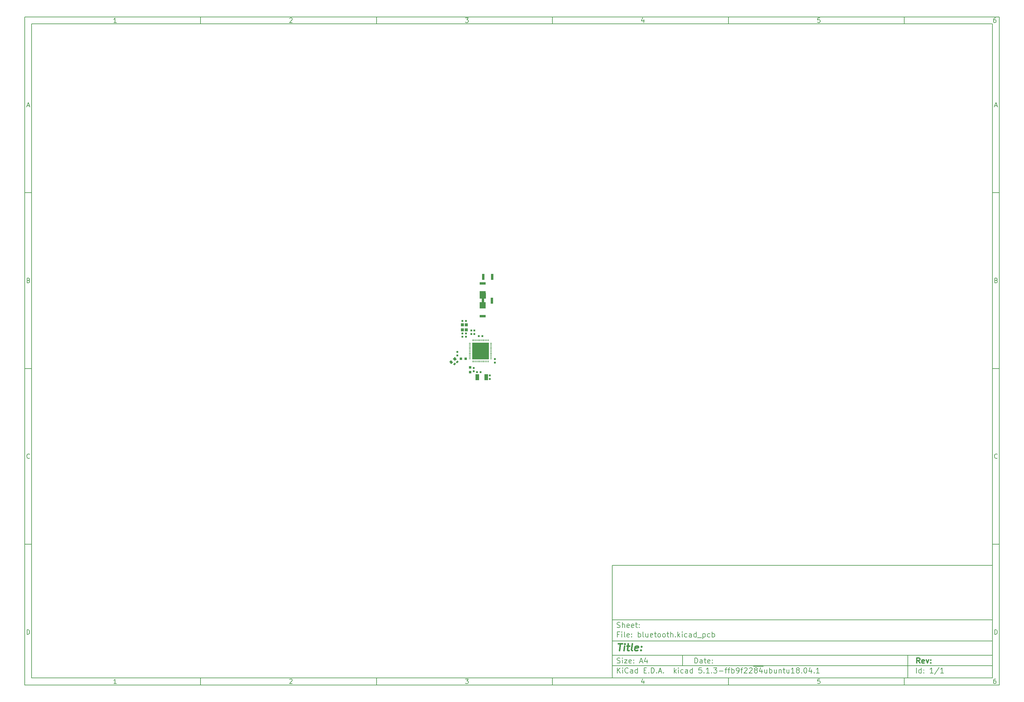
<source format=gbr>
%TF.GenerationSoftware,KiCad,Pcbnew,5.1.3-ffb9f22~84~ubuntu18.04.1*%
%TF.CreationDate,2019-07-25T20:13:38+03:00*%
%TF.ProjectId,bluetooth,626c7565-746f-46f7-9468-2e6b69636164,rev?*%
%TF.SameCoordinates,Original*%
%TF.FileFunction,Paste,Top*%
%TF.FilePolarity,Positive*%
%FSLAX45Y45*%
G04 Gerber Fmt 4.5, Leading zero omitted, Abs format (unit mm)*
G04 Created by KiCad (PCBNEW 5.1.3-ffb9f22~84~ubuntu18.04.1) date 2019-07-25 20:13:38*
%MOMM*%
%LPD*%
G04 APERTURE LIST*
%ADD10C,0.100000*%
%ADD11C,0.150000*%
%ADD12C,0.300000*%
%ADD13C,0.400000*%
%ADD14R,1.750000X0.800000*%
%ADD15R,0.800000X1.750000*%
%ADD16O,0.200000X0.650000*%
%ADD17O,0.650000X0.200000*%
%ADD18R,4.700000X4.700000*%
%ADD19R,0.500000X0.600000*%
%ADD20C,0.750000*%
%ADD21C,0.500000*%
%ADD22R,0.750000X0.800000*%
%ADD23R,0.600000X0.500000*%
%ADD24R,0.850000X0.950000*%
%ADD25R,0.800000X0.750000*%
%ADD26R,1.000000X1.800000*%
G04 APERTURE END LIST*
D10*
D11*
X17700220Y-16600720D02*
X17700220Y-19800720D01*
X28500220Y-19800720D01*
X28500220Y-16600720D01*
X17700220Y-16600720D01*
D10*
D11*
X1000000Y-1000000D02*
X1000000Y-20000720D01*
X28700220Y-20000720D01*
X28700220Y-1000000D01*
X1000000Y-1000000D01*
D10*
D11*
X1200000Y-1200000D02*
X1200000Y-19800720D01*
X28500220Y-19800720D01*
X28500220Y-1200000D01*
X1200000Y-1200000D01*
D10*
D11*
X6000000Y-1200000D02*
X6000000Y-1000000D01*
D10*
D11*
X11000000Y-1200000D02*
X11000000Y-1000000D01*
D10*
D11*
X16000000Y-1200000D02*
X16000000Y-1000000D01*
D10*
D11*
X21000000Y-1200000D02*
X21000000Y-1000000D01*
D10*
D11*
X26000000Y-1200000D02*
X26000000Y-1000000D01*
D10*
D11*
X3606548Y-1158810D02*
X3532262Y-1158810D01*
X3569405Y-1158810D02*
X3569405Y-1028809D01*
X3557024Y-1047381D01*
X3544643Y-1059762D01*
X3532262Y-1065952D01*
D10*
D11*
X8532262Y-1041190D02*
X8538452Y-1035000D01*
X8550833Y-1028809D01*
X8581786Y-1028809D01*
X8594167Y-1035000D01*
X8600357Y-1041190D01*
X8606548Y-1053571D01*
X8606548Y-1065952D01*
X8600357Y-1084524D01*
X8526071Y-1158810D01*
X8606548Y-1158810D01*
D10*
D11*
X13526071Y-1028809D02*
X13606548Y-1028809D01*
X13563214Y-1078333D01*
X13581786Y-1078333D01*
X13594167Y-1084524D01*
X13600357Y-1090714D01*
X13606548Y-1103095D01*
X13606548Y-1134048D01*
X13600357Y-1146429D01*
X13594167Y-1152619D01*
X13581786Y-1158810D01*
X13544643Y-1158810D01*
X13532262Y-1152619D01*
X13526071Y-1146429D01*
D10*
D11*
X18594167Y-1072143D02*
X18594167Y-1158810D01*
X18563214Y-1022619D02*
X18532262Y-1115476D01*
X18612738Y-1115476D01*
D10*
D11*
X23600357Y-1028809D02*
X23538452Y-1028809D01*
X23532262Y-1090714D01*
X23538452Y-1084524D01*
X23550833Y-1078333D01*
X23581786Y-1078333D01*
X23594167Y-1084524D01*
X23600357Y-1090714D01*
X23606548Y-1103095D01*
X23606548Y-1134048D01*
X23600357Y-1146429D01*
X23594167Y-1152619D01*
X23581786Y-1158810D01*
X23550833Y-1158810D01*
X23538452Y-1152619D01*
X23532262Y-1146429D01*
D10*
D11*
X28594167Y-1028809D02*
X28569405Y-1028809D01*
X28557024Y-1035000D01*
X28550833Y-1041190D01*
X28538452Y-1059762D01*
X28532262Y-1084524D01*
X28532262Y-1134048D01*
X28538452Y-1146429D01*
X28544643Y-1152619D01*
X28557024Y-1158810D01*
X28581786Y-1158810D01*
X28594167Y-1152619D01*
X28600357Y-1146429D01*
X28606548Y-1134048D01*
X28606548Y-1103095D01*
X28600357Y-1090714D01*
X28594167Y-1084524D01*
X28581786Y-1078333D01*
X28557024Y-1078333D01*
X28544643Y-1084524D01*
X28538452Y-1090714D01*
X28532262Y-1103095D01*
D10*
D11*
X6000000Y-19800720D02*
X6000000Y-20000720D01*
D10*
D11*
X11000000Y-19800720D02*
X11000000Y-20000720D01*
D10*
D11*
X16000000Y-19800720D02*
X16000000Y-20000720D01*
D10*
D11*
X21000000Y-19800720D02*
X21000000Y-20000720D01*
D10*
D11*
X26000000Y-19800720D02*
X26000000Y-20000720D01*
D10*
D11*
X3606548Y-19959530D02*
X3532262Y-19959530D01*
X3569405Y-19959530D02*
X3569405Y-19829530D01*
X3557024Y-19848101D01*
X3544643Y-19860482D01*
X3532262Y-19866672D01*
D10*
D11*
X8532262Y-19841910D02*
X8538452Y-19835720D01*
X8550833Y-19829530D01*
X8581786Y-19829530D01*
X8594167Y-19835720D01*
X8600357Y-19841910D01*
X8606548Y-19854291D01*
X8606548Y-19866672D01*
X8600357Y-19885244D01*
X8526071Y-19959530D01*
X8606548Y-19959530D01*
D10*
D11*
X13526071Y-19829530D02*
X13606548Y-19829530D01*
X13563214Y-19879053D01*
X13581786Y-19879053D01*
X13594167Y-19885244D01*
X13600357Y-19891434D01*
X13606548Y-19903815D01*
X13606548Y-19934768D01*
X13600357Y-19947149D01*
X13594167Y-19953339D01*
X13581786Y-19959530D01*
X13544643Y-19959530D01*
X13532262Y-19953339D01*
X13526071Y-19947149D01*
D10*
D11*
X18594167Y-19872863D02*
X18594167Y-19959530D01*
X18563214Y-19823339D02*
X18532262Y-19916196D01*
X18612738Y-19916196D01*
D10*
D11*
X23600357Y-19829530D02*
X23538452Y-19829530D01*
X23532262Y-19891434D01*
X23538452Y-19885244D01*
X23550833Y-19879053D01*
X23581786Y-19879053D01*
X23594167Y-19885244D01*
X23600357Y-19891434D01*
X23606548Y-19903815D01*
X23606548Y-19934768D01*
X23600357Y-19947149D01*
X23594167Y-19953339D01*
X23581786Y-19959530D01*
X23550833Y-19959530D01*
X23538452Y-19953339D01*
X23532262Y-19947149D01*
D10*
D11*
X28594167Y-19829530D02*
X28569405Y-19829530D01*
X28557024Y-19835720D01*
X28550833Y-19841910D01*
X28538452Y-19860482D01*
X28532262Y-19885244D01*
X28532262Y-19934768D01*
X28538452Y-19947149D01*
X28544643Y-19953339D01*
X28557024Y-19959530D01*
X28581786Y-19959530D01*
X28594167Y-19953339D01*
X28600357Y-19947149D01*
X28606548Y-19934768D01*
X28606548Y-19903815D01*
X28600357Y-19891434D01*
X28594167Y-19885244D01*
X28581786Y-19879053D01*
X28557024Y-19879053D01*
X28544643Y-19885244D01*
X28538452Y-19891434D01*
X28532262Y-19903815D01*
D10*
D11*
X1000000Y-6000000D02*
X1200000Y-6000000D01*
D10*
D11*
X1000000Y-11000000D02*
X1200000Y-11000000D01*
D10*
D11*
X1000000Y-16000000D02*
X1200000Y-16000000D01*
D10*
D11*
X1069048Y-3521667D02*
X1130952Y-3521667D01*
X1056667Y-3558809D02*
X1100000Y-3428809D01*
X1143333Y-3558809D01*
D10*
D11*
X1109286Y-8490714D02*
X1127857Y-8496905D01*
X1134048Y-8503095D01*
X1140238Y-8515476D01*
X1140238Y-8534048D01*
X1134048Y-8546429D01*
X1127857Y-8552619D01*
X1115476Y-8558810D01*
X1065952Y-8558810D01*
X1065952Y-8428810D01*
X1109286Y-8428810D01*
X1121667Y-8435000D01*
X1127857Y-8441190D01*
X1134048Y-8453571D01*
X1134048Y-8465952D01*
X1127857Y-8478333D01*
X1121667Y-8484524D01*
X1109286Y-8490714D01*
X1065952Y-8490714D01*
D10*
D11*
X1140238Y-13546428D02*
X1134048Y-13552619D01*
X1115476Y-13558809D01*
X1103095Y-13558809D01*
X1084524Y-13552619D01*
X1072143Y-13540238D01*
X1065952Y-13527857D01*
X1059762Y-13503095D01*
X1059762Y-13484524D01*
X1065952Y-13459762D01*
X1072143Y-13447381D01*
X1084524Y-13435000D01*
X1103095Y-13428809D01*
X1115476Y-13428809D01*
X1134048Y-13435000D01*
X1140238Y-13441190D01*
D10*
D11*
X1065952Y-18558810D02*
X1065952Y-18428810D01*
X1096905Y-18428810D01*
X1115476Y-18435000D01*
X1127857Y-18447381D01*
X1134048Y-18459762D01*
X1140238Y-18484524D01*
X1140238Y-18503095D01*
X1134048Y-18527857D01*
X1127857Y-18540238D01*
X1115476Y-18552619D01*
X1096905Y-18558810D01*
X1065952Y-18558810D01*
D10*
D11*
X28700220Y-6000000D02*
X28500220Y-6000000D01*
D10*
D11*
X28700220Y-11000000D02*
X28500220Y-11000000D01*
D10*
D11*
X28700220Y-16000000D02*
X28500220Y-16000000D01*
D10*
D11*
X28569268Y-3521667D02*
X28631172Y-3521667D01*
X28556887Y-3558809D02*
X28600220Y-3428809D01*
X28643553Y-3558809D01*
D10*
D11*
X28609506Y-8490714D02*
X28628077Y-8496905D01*
X28634268Y-8503095D01*
X28640458Y-8515476D01*
X28640458Y-8534048D01*
X28634268Y-8546429D01*
X28628077Y-8552619D01*
X28615696Y-8558810D01*
X28566172Y-8558810D01*
X28566172Y-8428810D01*
X28609506Y-8428810D01*
X28621887Y-8435000D01*
X28628077Y-8441190D01*
X28634268Y-8453571D01*
X28634268Y-8465952D01*
X28628077Y-8478333D01*
X28621887Y-8484524D01*
X28609506Y-8490714D01*
X28566172Y-8490714D01*
D10*
D11*
X28640458Y-13546428D02*
X28634268Y-13552619D01*
X28615696Y-13558809D01*
X28603315Y-13558809D01*
X28584744Y-13552619D01*
X28572363Y-13540238D01*
X28566172Y-13527857D01*
X28559982Y-13503095D01*
X28559982Y-13484524D01*
X28566172Y-13459762D01*
X28572363Y-13447381D01*
X28584744Y-13435000D01*
X28603315Y-13428809D01*
X28615696Y-13428809D01*
X28634268Y-13435000D01*
X28640458Y-13441190D01*
D10*
D11*
X28566172Y-18558810D02*
X28566172Y-18428810D01*
X28597125Y-18428810D01*
X28615696Y-18435000D01*
X28628077Y-18447381D01*
X28634268Y-18459762D01*
X28640458Y-18484524D01*
X28640458Y-18503095D01*
X28634268Y-18527857D01*
X28628077Y-18540238D01*
X28615696Y-18552619D01*
X28597125Y-18558810D01*
X28566172Y-18558810D01*
D10*
D11*
X20043434Y-19378577D02*
X20043434Y-19228577D01*
X20079149Y-19228577D01*
X20100577Y-19235720D01*
X20114863Y-19250006D01*
X20122006Y-19264291D01*
X20129149Y-19292863D01*
X20129149Y-19314291D01*
X20122006Y-19342863D01*
X20114863Y-19357149D01*
X20100577Y-19371434D01*
X20079149Y-19378577D01*
X20043434Y-19378577D01*
X20257720Y-19378577D02*
X20257720Y-19300006D01*
X20250577Y-19285720D01*
X20236291Y-19278577D01*
X20207720Y-19278577D01*
X20193434Y-19285720D01*
X20257720Y-19371434D02*
X20243434Y-19378577D01*
X20207720Y-19378577D01*
X20193434Y-19371434D01*
X20186291Y-19357149D01*
X20186291Y-19342863D01*
X20193434Y-19328577D01*
X20207720Y-19321434D01*
X20243434Y-19321434D01*
X20257720Y-19314291D01*
X20307720Y-19278577D02*
X20364863Y-19278577D01*
X20329149Y-19228577D02*
X20329149Y-19357149D01*
X20336291Y-19371434D01*
X20350577Y-19378577D01*
X20364863Y-19378577D01*
X20472006Y-19371434D02*
X20457720Y-19378577D01*
X20429149Y-19378577D01*
X20414863Y-19371434D01*
X20407720Y-19357149D01*
X20407720Y-19300006D01*
X20414863Y-19285720D01*
X20429149Y-19278577D01*
X20457720Y-19278577D01*
X20472006Y-19285720D01*
X20479149Y-19300006D01*
X20479149Y-19314291D01*
X20407720Y-19328577D01*
X20543434Y-19364291D02*
X20550577Y-19371434D01*
X20543434Y-19378577D01*
X20536291Y-19371434D01*
X20543434Y-19364291D01*
X20543434Y-19378577D01*
X20543434Y-19285720D02*
X20550577Y-19292863D01*
X20543434Y-19300006D01*
X20536291Y-19292863D01*
X20543434Y-19285720D01*
X20543434Y-19300006D01*
D10*
D11*
X17700220Y-19450720D02*
X28500220Y-19450720D01*
D10*
D11*
X17843434Y-19658577D02*
X17843434Y-19508577D01*
X17929149Y-19658577D02*
X17864863Y-19572863D01*
X17929149Y-19508577D02*
X17843434Y-19594291D01*
X17993434Y-19658577D02*
X17993434Y-19558577D01*
X17993434Y-19508577D02*
X17986291Y-19515720D01*
X17993434Y-19522863D01*
X18000577Y-19515720D01*
X17993434Y-19508577D01*
X17993434Y-19522863D01*
X18150577Y-19644291D02*
X18143434Y-19651434D01*
X18122006Y-19658577D01*
X18107720Y-19658577D01*
X18086291Y-19651434D01*
X18072006Y-19637149D01*
X18064863Y-19622863D01*
X18057720Y-19594291D01*
X18057720Y-19572863D01*
X18064863Y-19544291D01*
X18072006Y-19530006D01*
X18086291Y-19515720D01*
X18107720Y-19508577D01*
X18122006Y-19508577D01*
X18143434Y-19515720D01*
X18150577Y-19522863D01*
X18279149Y-19658577D02*
X18279149Y-19580006D01*
X18272006Y-19565720D01*
X18257720Y-19558577D01*
X18229149Y-19558577D01*
X18214863Y-19565720D01*
X18279149Y-19651434D02*
X18264863Y-19658577D01*
X18229149Y-19658577D01*
X18214863Y-19651434D01*
X18207720Y-19637149D01*
X18207720Y-19622863D01*
X18214863Y-19608577D01*
X18229149Y-19601434D01*
X18264863Y-19601434D01*
X18279149Y-19594291D01*
X18414863Y-19658577D02*
X18414863Y-19508577D01*
X18414863Y-19651434D02*
X18400577Y-19658577D01*
X18372006Y-19658577D01*
X18357720Y-19651434D01*
X18350577Y-19644291D01*
X18343434Y-19630006D01*
X18343434Y-19587149D01*
X18350577Y-19572863D01*
X18357720Y-19565720D01*
X18372006Y-19558577D01*
X18400577Y-19558577D01*
X18414863Y-19565720D01*
X18600577Y-19580006D02*
X18650577Y-19580006D01*
X18672006Y-19658577D02*
X18600577Y-19658577D01*
X18600577Y-19508577D01*
X18672006Y-19508577D01*
X18736291Y-19644291D02*
X18743434Y-19651434D01*
X18736291Y-19658577D01*
X18729149Y-19651434D01*
X18736291Y-19644291D01*
X18736291Y-19658577D01*
X18807720Y-19658577D02*
X18807720Y-19508577D01*
X18843434Y-19508577D01*
X18864863Y-19515720D01*
X18879149Y-19530006D01*
X18886291Y-19544291D01*
X18893434Y-19572863D01*
X18893434Y-19594291D01*
X18886291Y-19622863D01*
X18879149Y-19637149D01*
X18864863Y-19651434D01*
X18843434Y-19658577D01*
X18807720Y-19658577D01*
X18957720Y-19644291D02*
X18964863Y-19651434D01*
X18957720Y-19658577D01*
X18950577Y-19651434D01*
X18957720Y-19644291D01*
X18957720Y-19658577D01*
X19022006Y-19615720D02*
X19093434Y-19615720D01*
X19007720Y-19658577D02*
X19057720Y-19508577D01*
X19107720Y-19658577D01*
X19157720Y-19644291D02*
X19164863Y-19651434D01*
X19157720Y-19658577D01*
X19150577Y-19651434D01*
X19157720Y-19644291D01*
X19157720Y-19658577D01*
X19457720Y-19658577D02*
X19457720Y-19508577D01*
X19472006Y-19601434D02*
X19514863Y-19658577D01*
X19514863Y-19558577D02*
X19457720Y-19615720D01*
X19579149Y-19658577D02*
X19579149Y-19558577D01*
X19579149Y-19508577D02*
X19572006Y-19515720D01*
X19579149Y-19522863D01*
X19586291Y-19515720D01*
X19579149Y-19508577D01*
X19579149Y-19522863D01*
X19714863Y-19651434D02*
X19700577Y-19658577D01*
X19672006Y-19658577D01*
X19657720Y-19651434D01*
X19650577Y-19644291D01*
X19643434Y-19630006D01*
X19643434Y-19587149D01*
X19650577Y-19572863D01*
X19657720Y-19565720D01*
X19672006Y-19558577D01*
X19700577Y-19558577D01*
X19714863Y-19565720D01*
X19843434Y-19658577D02*
X19843434Y-19580006D01*
X19836291Y-19565720D01*
X19822006Y-19558577D01*
X19793434Y-19558577D01*
X19779149Y-19565720D01*
X19843434Y-19651434D02*
X19829149Y-19658577D01*
X19793434Y-19658577D01*
X19779149Y-19651434D01*
X19772006Y-19637149D01*
X19772006Y-19622863D01*
X19779149Y-19608577D01*
X19793434Y-19601434D01*
X19829149Y-19601434D01*
X19843434Y-19594291D01*
X19979149Y-19658577D02*
X19979149Y-19508577D01*
X19979149Y-19651434D02*
X19964863Y-19658577D01*
X19936291Y-19658577D01*
X19922006Y-19651434D01*
X19914863Y-19644291D01*
X19907720Y-19630006D01*
X19907720Y-19587149D01*
X19914863Y-19572863D01*
X19922006Y-19565720D01*
X19936291Y-19558577D01*
X19964863Y-19558577D01*
X19979149Y-19565720D01*
X20236291Y-19508577D02*
X20164863Y-19508577D01*
X20157720Y-19580006D01*
X20164863Y-19572863D01*
X20179149Y-19565720D01*
X20214863Y-19565720D01*
X20229149Y-19572863D01*
X20236291Y-19580006D01*
X20243434Y-19594291D01*
X20243434Y-19630006D01*
X20236291Y-19644291D01*
X20229149Y-19651434D01*
X20214863Y-19658577D01*
X20179149Y-19658577D01*
X20164863Y-19651434D01*
X20157720Y-19644291D01*
X20307720Y-19644291D02*
X20314863Y-19651434D01*
X20307720Y-19658577D01*
X20300577Y-19651434D01*
X20307720Y-19644291D01*
X20307720Y-19658577D01*
X20457720Y-19658577D02*
X20372006Y-19658577D01*
X20414863Y-19658577D02*
X20414863Y-19508577D01*
X20400577Y-19530006D01*
X20386291Y-19544291D01*
X20372006Y-19551434D01*
X20522006Y-19644291D02*
X20529149Y-19651434D01*
X20522006Y-19658577D01*
X20514863Y-19651434D01*
X20522006Y-19644291D01*
X20522006Y-19658577D01*
X20579149Y-19508577D02*
X20672006Y-19508577D01*
X20622006Y-19565720D01*
X20643434Y-19565720D01*
X20657720Y-19572863D01*
X20664863Y-19580006D01*
X20672006Y-19594291D01*
X20672006Y-19630006D01*
X20664863Y-19644291D01*
X20657720Y-19651434D01*
X20643434Y-19658577D01*
X20600577Y-19658577D01*
X20586291Y-19651434D01*
X20579149Y-19644291D01*
X20736291Y-19601434D02*
X20850577Y-19601434D01*
X20900577Y-19558577D02*
X20957720Y-19558577D01*
X20922006Y-19658577D02*
X20922006Y-19530006D01*
X20929149Y-19515720D01*
X20943434Y-19508577D01*
X20957720Y-19508577D01*
X20986291Y-19558577D02*
X21043434Y-19558577D01*
X21007720Y-19658577D02*
X21007720Y-19530006D01*
X21014863Y-19515720D01*
X21029149Y-19508577D01*
X21043434Y-19508577D01*
X21093434Y-19658577D02*
X21093434Y-19508577D01*
X21093434Y-19565720D02*
X21107720Y-19558577D01*
X21136291Y-19558577D01*
X21150577Y-19565720D01*
X21157720Y-19572863D01*
X21164863Y-19587149D01*
X21164863Y-19630006D01*
X21157720Y-19644291D01*
X21150577Y-19651434D01*
X21136291Y-19658577D01*
X21107720Y-19658577D01*
X21093434Y-19651434D01*
X21236291Y-19658577D02*
X21264863Y-19658577D01*
X21279149Y-19651434D01*
X21286291Y-19644291D01*
X21300577Y-19622863D01*
X21307720Y-19594291D01*
X21307720Y-19537149D01*
X21300577Y-19522863D01*
X21293434Y-19515720D01*
X21279149Y-19508577D01*
X21250577Y-19508577D01*
X21236291Y-19515720D01*
X21229149Y-19522863D01*
X21222006Y-19537149D01*
X21222006Y-19572863D01*
X21229149Y-19587149D01*
X21236291Y-19594291D01*
X21250577Y-19601434D01*
X21279149Y-19601434D01*
X21293434Y-19594291D01*
X21300577Y-19587149D01*
X21307720Y-19572863D01*
X21350577Y-19558577D02*
X21407720Y-19558577D01*
X21372006Y-19658577D02*
X21372006Y-19530006D01*
X21379149Y-19515720D01*
X21393434Y-19508577D01*
X21407720Y-19508577D01*
X21450577Y-19522863D02*
X21457720Y-19515720D01*
X21472006Y-19508577D01*
X21507720Y-19508577D01*
X21522006Y-19515720D01*
X21529149Y-19522863D01*
X21536291Y-19537149D01*
X21536291Y-19551434D01*
X21529149Y-19572863D01*
X21443434Y-19658577D01*
X21536291Y-19658577D01*
X21593434Y-19522863D02*
X21600577Y-19515720D01*
X21614863Y-19508577D01*
X21650577Y-19508577D01*
X21664863Y-19515720D01*
X21672006Y-19522863D01*
X21679149Y-19537149D01*
X21679149Y-19551434D01*
X21672006Y-19572863D01*
X21586291Y-19658577D01*
X21679149Y-19658577D01*
X21707720Y-19467720D02*
X21850577Y-19467720D01*
X21764863Y-19572863D02*
X21750577Y-19565720D01*
X21743434Y-19558577D01*
X21736291Y-19544291D01*
X21736291Y-19537149D01*
X21743434Y-19522863D01*
X21750577Y-19515720D01*
X21764863Y-19508577D01*
X21793434Y-19508577D01*
X21807720Y-19515720D01*
X21814863Y-19522863D01*
X21822006Y-19537149D01*
X21822006Y-19544291D01*
X21814863Y-19558577D01*
X21807720Y-19565720D01*
X21793434Y-19572863D01*
X21764863Y-19572863D01*
X21750577Y-19580006D01*
X21743434Y-19587149D01*
X21736291Y-19601434D01*
X21736291Y-19630006D01*
X21743434Y-19644291D01*
X21750577Y-19651434D01*
X21764863Y-19658577D01*
X21793434Y-19658577D01*
X21807720Y-19651434D01*
X21814863Y-19644291D01*
X21822006Y-19630006D01*
X21822006Y-19601434D01*
X21814863Y-19587149D01*
X21807720Y-19580006D01*
X21793434Y-19572863D01*
X21850577Y-19467720D02*
X21993434Y-19467720D01*
X21950577Y-19558577D02*
X21950577Y-19658577D01*
X21914863Y-19501434D02*
X21879149Y-19608577D01*
X21972006Y-19608577D01*
X22093434Y-19558577D02*
X22093434Y-19658577D01*
X22029149Y-19558577D02*
X22029149Y-19637149D01*
X22036291Y-19651434D01*
X22050577Y-19658577D01*
X22072006Y-19658577D01*
X22086291Y-19651434D01*
X22093434Y-19644291D01*
X22164863Y-19658577D02*
X22164863Y-19508577D01*
X22164863Y-19565720D02*
X22179149Y-19558577D01*
X22207720Y-19558577D01*
X22222006Y-19565720D01*
X22229149Y-19572863D01*
X22236291Y-19587149D01*
X22236291Y-19630006D01*
X22229149Y-19644291D01*
X22222006Y-19651434D01*
X22207720Y-19658577D01*
X22179149Y-19658577D01*
X22164863Y-19651434D01*
X22364863Y-19558577D02*
X22364863Y-19658577D01*
X22300577Y-19558577D02*
X22300577Y-19637149D01*
X22307720Y-19651434D01*
X22322006Y-19658577D01*
X22343434Y-19658577D01*
X22357720Y-19651434D01*
X22364863Y-19644291D01*
X22436291Y-19558577D02*
X22436291Y-19658577D01*
X22436291Y-19572863D02*
X22443434Y-19565720D01*
X22457720Y-19558577D01*
X22479148Y-19558577D01*
X22493434Y-19565720D01*
X22500577Y-19580006D01*
X22500577Y-19658577D01*
X22550577Y-19558577D02*
X22607720Y-19558577D01*
X22572006Y-19508577D02*
X22572006Y-19637149D01*
X22579148Y-19651434D01*
X22593434Y-19658577D01*
X22607720Y-19658577D01*
X22722006Y-19558577D02*
X22722006Y-19658577D01*
X22657720Y-19558577D02*
X22657720Y-19637149D01*
X22664863Y-19651434D01*
X22679148Y-19658577D01*
X22700577Y-19658577D01*
X22714863Y-19651434D01*
X22722006Y-19644291D01*
X22872006Y-19658577D02*
X22786291Y-19658577D01*
X22829148Y-19658577D02*
X22829148Y-19508577D01*
X22814863Y-19530006D01*
X22800577Y-19544291D01*
X22786291Y-19551434D01*
X22957720Y-19572863D02*
X22943434Y-19565720D01*
X22936291Y-19558577D01*
X22929148Y-19544291D01*
X22929148Y-19537149D01*
X22936291Y-19522863D01*
X22943434Y-19515720D01*
X22957720Y-19508577D01*
X22986291Y-19508577D01*
X23000577Y-19515720D01*
X23007720Y-19522863D01*
X23014863Y-19537149D01*
X23014863Y-19544291D01*
X23007720Y-19558577D01*
X23000577Y-19565720D01*
X22986291Y-19572863D01*
X22957720Y-19572863D01*
X22943434Y-19580006D01*
X22936291Y-19587149D01*
X22929148Y-19601434D01*
X22929148Y-19630006D01*
X22936291Y-19644291D01*
X22943434Y-19651434D01*
X22957720Y-19658577D01*
X22986291Y-19658577D01*
X23000577Y-19651434D01*
X23007720Y-19644291D01*
X23014863Y-19630006D01*
X23014863Y-19601434D01*
X23007720Y-19587149D01*
X23000577Y-19580006D01*
X22986291Y-19572863D01*
X23079148Y-19644291D02*
X23086291Y-19651434D01*
X23079148Y-19658577D01*
X23072006Y-19651434D01*
X23079148Y-19644291D01*
X23079148Y-19658577D01*
X23179148Y-19508577D02*
X23193434Y-19508577D01*
X23207720Y-19515720D01*
X23214863Y-19522863D01*
X23222006Y-19537149D01*
X23229148Y-19565720D01*
X23229148Y-19601434D01*
X23222006Y-19630006D01*
X23214863Y-19644291D01*
X23207720Y-19651434D01*
X23193434Y-19658577D01*
X23179148Y-19658577D01*
X23164863Y-19651434D01*
X23157720Y-19644291D01*
X23150577Y-19630006D01*
X23143434Y-19601434D01*
X23143434Y-19565720D01*
X23150577Y-19537149D01*
X23157720Y-19522863D01*
X23164863Y-19515720D01*
X23179148Y-19508577D01*
X23357720Y-19558577D02*
X23357720Y-19658577D01*
X23322006Y-19501434D02*
X23286291Y-19608577D01*
X23379148Y-19608577D01*
X23436291Y-19644291D02*
X23443434Y-19651434D01*
X23436291Y-19658577D01*
X23429148Y-19651434D01*
X23436291Y-19644291D01*
X23436291Y-19658577D01*
X23586291Y-19658577D02*
X23500577Y-19658577D01*
X23543434Y-19658577D02*
X23543434Y-19508577D01*
X23529148Y-19530006D01*
X23514863Y-19544291D01*
X23500577Y-19551434D01*
D10*
D11*
X17700220Y-19150720D02*
X28500220Y-19150720D01*
D10*
D12*
X26441148Y-19378577D02*
X26391148Y-19307149D01*
X26355434Y-19378577D02*
X26355434Y-19228577D01*
X26412577Y-19228577D01*
X26426863Y-19235720D01*
X26434006Y-19242863D01*
X26441148Y-19257149D01*
X26441148Y-19278577D01*
X26434006Y-19292863D01*
X26426863Y-19300006D01*
X26412577Y-19307149D01*
X26355434Y-19307149D01*
X26562577Y-19371434D02*
X26548291Y-19378577D01*
X26519720Y-19378577D01*
X26505434Y-19371434D01*
X26498291Y-19357149D01*
X26498291Y-19300006D01*
X26505434Y-19285720D01*
X26519720Y-19278577D01*
X26548291Y-19278577D01*
X26562577Y-19285720D01*
X26569720Y-19300006D01*
X26569720Y-19314291D01*
X26498291Y-19328577D01*
X26619720Y-19278577D02*
X26655434Y-19378577D01*
X26691148Y-19278577D01*
X26748291Y-19364291D02*
X26755434Y-19371434D01*
X26748291Y-19378577D01*
X26741148Y-19371434D01*
X26748291Y-19364291D01*
X26748291Y-19378577D01*
X26748291Y-19285720D02*
X26755434Y-19292863D01*
X26748291Y-19300006D01*
X26741148Y-19292863D01*
X26748291Y-19285720D01*
X26748291Y-19300006D01*
D10*
D11*
X17836291Y-19371434D02*
X17857720Y-19378577D01*
X17893434Y-19378577D01*
X17907720Y-19371434D01*
X17914863Y-19364291D01*
X17922006Y-19350006D01*
X17922006Y-19335720D01*
X17914863Y-19321434D01*
X17907720Y-19314291D01*
X17893434Y-19307149D01*
X17864863Y-19300006D01*
X17850577Y-19292863D01*
X17843434Y-19285720D01*
X17836291Y-19271434D01*
X17836291Y-19257149D01*
X17843434Y-19242863D01*
X17850577Y-19235720D01*
X17864863Y-19228577D01*
X17900577Y-19228577D01*
X17922006Y-19235720D01*
X17986291Y-19378577D02*
X17986291Y-19278577D01*
X17986291Y-19228577D02*
X17979149Y-19235720D01*
X17986291Y-19242863D01*
X17993434Y-19235720D01*
X17986291Y-19228577D01*
X17986291Y-19242863D01*
X18043434Y-19278577D02*
X18122006Y-19278577D01*
X18043434Y-19378577D01*
X18122006Y-19378577D01*
X18236291Y-19371434D02*
X18222006Y-19378577D01*
X18193434Y-19378577D01*
X18179149Y-19371434D01*
X18172006Y-19357149D01*
X18172006Y-19300006D01*
X18179149Y-19285720D01*
X18193434Y-19278577D01*
X18222006Y-19278577D01*
X18236291Y-19285720D01*
X18243434Y-19300006D01*
X18243434Y-19314291D01*
X18172006Y-19328577D01*
X18307720Y-19364291D02*
X18314863Y-19371434D01*
X18307720Y-19378577D01*
X18300577Y-19371434D01*
X18307720Y-19364291D01*
X18307720Y-19378577D01*
X18307720Y-19285720D02*
X18314863Y-19292863D01*
X18307720Y-19300006D01*
X18300577Y-19292863D01*
X18307720Y-19285720D01*
X18307720Y-19300006D01*
X18486291Y-19335720D02*
X18557720Y-19335720D01*
X18472006Y-19378577D02*
X18522006Y-19228577D01*
X18572006Y-19378577D01*
X18686291Y-19278577D02*
X18686291Y-19378577D01*
X18650577Y-19221434D02*
X18614863Y-19328577D01*
X18707720Y-19328577D01*
D10*
D11*
X26343434Y-19658577D02*
X26343434Y-19508577D01*
X26479148Y-19658577D02*
X26479148Y-19508577D01*
X26479148Y-19651434D02*
X26464863Y-19658577D01*
X26436291Y-19658577D01*
X26422006Y-19651434D01*
X26414863Y-19644291D01*
X26407720Y-19630006D01*
X26407720Y-19587149D01*
X26414863Y-19572863D01*
X26422006Y-19565720D01*
X26436291Y-19558577D01*
X26464863Y-19558577D01*
X26479148Y-19565720D01*
X26550577Y-19644291D02*
X26557720Y-19651434D01*
X26550577Y-19658577D01*
X26543434Y-19651434D01*
X26550577Y-19644291D01*
X26550577Y-19658577D01*
X26550577Y-19565720D02*
X26557720Y-19572863D01*
X26550577Y-19580006D01*
X26543434Y-19572863D01*
X26550577Y-19565720D01*
X26550577Y-19580006D01*
X26814863Y-19658577D02*
X26729148Y-19658577D01*
X26772006Y-19658577D02*
X26772006Y-19508577D01*
X26757720Y-19530006D01*
X26743434Y-19544291D01*
X26729148Y-19551434D01*
X26986291Y-19501434D02*
X26857720Y-19694291D01*
X27114863Y-19658577D02*
X27029148Y-19658577D01*
X27072006Y-19658577D02*
X27072006Y-19508577D01*
X27057720Y-19530006D01*
X27043434Y-19544291D01*
X27029148Y-19551434D01*
D10*
D11*
X17700220Y-18750720D02*
X28500220Y-18750720D01*
D10*
D13*
X17871458Y-18821196D02*
X17985744Y-18821196D01*
X17903601Y-19021196D02*
X17928601Y-18821196D01*
X18027410Y-19021196D02*
X18044077Y-18887863D01*
X18052410Y-18821196D02*
X18041696Y-18830720D01*
X18050030Y-18840244D01*
X18060744Y-18830720D01*
X18052410Y-18821196D01*
X18050030Y-18840244D01*
X18110744Y-18887863D02*
X18186934Y-18887863D01*
X18147649Y-18821196D02*
X18126220Y-18992625D01*
X18133363Y-19011672D01*
X18151220Y-19021196D01*
X18170268Y-19021196D01*
X18265506Y-19021196D02*
X18247649Y-19011672D01*
X18240506Y-18992625D01*
X18261934Y-18821196D01*
X18419077Y-19011672D02*
X18398839Y-19021196D01*
X18360744Y-19021196D01*
X18342887Y-19011672D01*
X18335744Y-18992625D01*
X18345268Y-18916434D01*
X18357172Y-18897387D01*
X18377410Y-18887863D01*
X18415506Y-18887863D01*
X18433363Y-18897387D01*
X18440506Y-18916434D01*
X18438125Y-18935482D01*
X18340506Y-18954530D01*
X18515506Y-19002149D02*
X18523839Y-19011672D01*
X18513125Y-19021196D01*
X18504791Y-19011672D01*
X18515506Y-19002149D01*
X18513125Y-19021196D01*
X18528601Y-18897387D02*
X18536934Y-18906910D01*
X18526220Y-18916434D01*
X18517887Y-18906910D01*
X18528601Y-18897387D01*
X18526220Y-18916434D01*
D10*
D11*
X17893434Y-18560006D02*
X17843434Y-18560006D01*
X17843434Y-18638577D02*
X17843434Y-18488577D01*
X17914863Y-18488577D01*
X17972006Y-18638577D02*
X17972006Y-18538577D01*
X17972006Y-18488577D02*
X17964863Y-18495720D01*
X17972006Y-18502863D01*
X17979149Y-18495720D01*
X17972006Y-18488577D01*
X17972006Y-18502863D01*
X18064863Y-18638577D02*
X18050577Y-18631434D01*
X18043434Y-18617149D01*
X18043434Y-18488577D01*
X18179149Y-18631434D02*
X18164863Y-18638577D01*
X18136291Y-18638577D01*
X18122006Y-18631434D01*
X18114863Y-18617149D01*
X18114863Y-18560006D01*
X18122006Y-18545720D01*
X18136291Y-18538577D01*
X18164863Y-18538577D01*
X18179149Y-18545720D01*
X18186291Y-18560006D01*
X18186291Y-18574291D01*
X18114863Y-18588577D01*
X18250577Y-18624291D02*
X18257720Y-18631434D01*
X18250577Y-18638577D01*
X18243434Y-18631434D01*
X18250577Y-18624291D01*
X18250577Y-18638577D01*
X18250577Y-18545720D02*
X18257720Y-18552863D01*
X18250577Y-18560006D01*
X18243434Y-18552863D01*
X18250577Y-18545720D01*
X18250577Y-18560006D01*
X18436291Y-18638577D02*
X18436291Y-18488577D01*
X18436291Y-18545720D02*
X18450577Y-18538577D01*
X18479149Y-18538577D01*
X18493434Y-18545720D01*
X18500577Y-18552863D01*
X18507720Y-18567149D01*
X18507720Y-18610006D01*
X18500577Y-18624291D01*
X18493434Y-18631434D01*
X18479149Y-18638577D01*
X18450577Y-18638577D01*
X18436291Y-18631434D01*
X18593434Y-18638577D02*
X18579149Y-18631434D01*
X18572006Y-18617149D01*
X18572006Y-18488577D01*
X18714863Y-18538577D02*
X18714863Y-18638577D01*
X18650577Y-18538577D02*
X18650577Y-18617149D01*
X18657720Y-18631434D01*
X18672006Y-18638577D01*
X18693434Y-18638577D01*
X18707720Y-18631434D01*
X18714863Y-18624291D01*
X18843434Y-18631434D02*
X18829149Y-18638577D01*
X18800577Y-18638577D01*
X18786291Y-18631434D01*
X18779149Y-18617149D01*
X18779149Y-18560006D01*
X18786291Y-18545720D01*
X18800577Y-18538577D01*
X18829149Y-18538577D01*
X18843434Y-18545720D01*
X18850577Y-18560006D01*
X18850577Y-18574291D01*
X18779149Y-18588577D01*
X18893434Y-18538577D02*
X18950577Y-18538577D01*
X18914863Y-18488577D02*
X18914863Y-18617149D01*
X18922006Y-18631434D01*
X18936291Y-18638577D01*
X18950577Y-18638577D01*
X19022006Y-18638577D02*
X19007720Y-18631434D01*
X19000577Y-18624291D01*
X18993434Y-18610006D01*
X18993434Y-18567149D01*
X19000577Y-18552863D01*
X19007720Y-18545720D01*
X19022006Y-18538577D01*
X19043434Y-18538577D01*
X19057720Y-18545720D01*
X19064863Y-18552863D01*
X19072006Y-18567149D01*
X19072006Y-18610006D01*
X19064863Y-18624291D01*
X19057720Y-18631434D01*
X19043434Y-18638577D01*
X19022006Y-18638577D01*
X19157720Y-18638577D02*
X19143434Y-18631434D01*
X19136291Y-18624291D01*
X19129149Y-18610006D01*
X19129149Y-18567149D01*
X19136291Y-18552863D01*
X19143434Y-18545720D01*
X19157720Y-18538577D01*
X19179149Y-18538577D01*
X19193434Y-18545720D01*
X19200577Y-18552863D01*
X19207720Y-18567149D01*
X19207720Y-18610006D01*
X19200577Y-18624291D01*
X19193434Y-18631434D01*
X19179149Y-18638577D01*
X19157720Y-18638577D01*
X19250577Y-18538577D02*
X19307720Y-18538577D01*
X19272006Y-18488577D02*
X19272006Y-18617149D01*
X19279149Y-18631434D01*
X19293434Y-18638577D01*
X19307720Y-18638577D01*
X19357720Y-18638577D02*
X19357720Y-18488577D01*
X19422006Y-18638577D02*
X19422006Y-18560006D01*
X19414863Y-18545720D01*
X19400577Y-18538577D01*
X19379149Y-18538577D01*
X19364863Y-18545720D01*
X19357720Y-18552863D01*
X19493434Y-18624291D02*
X19500577Y-18631434D01*
X19493434Y-18638577D01*
X19486291Y-18631434D01*
X19493434Y-18624291D01*
X19493434Y-18638577D01*
X19564863Y-18638577D02*
X19564863Y-18488577D01*
X19579149Y-18581434D02*
X19622006Y-18638577D01*
X19622006Y-18538577D02*
X19564863Y-18595720D01*
X19686291Y-18638577D02*
X19686291Y-18538577D01*
X19686291Y-18488577D02*
X19679149Y-18495720D01*
X19686291Y-18502863D01*
X19693434Y-18495720D01*
X19686291Y-18488577D01*
X19686291Y-18502863D01*
X19822006Y-18631434D02*
X19807720Y-18638577D01*
X19779149Y-18638577D01*
X19764863Y-18631434D01*
X19757720Y-18624291D01*
X19750577Y-18610006D01*
X19750577Y-18567149D01*
X19757720Y-18552863D01*
X19764863Y-18545720D01*
X19779149Y-18538577D01*
X19807720Y-18538577D01*
X19822006Y-18545720D01*
X19950577Y-18638577D02*
X19950577Y-18560006D01*
X19943434Y-18545720D01*
X19929149Y-18538577D01*
X19900577Y-18538577D01*
X19886291Y-18545720D01*
X19950577Y-18631434D02*
X19936291Y-18638577D01*
X19900577Y-18638577D01*
X19886291Y-18631434D01*
X19879149Y-18617149D01*
X19879149Y-18602863D01*
X19886291Y-18588577D01*
X19900577Y-18581434D01*
X19936291Y-18581434D01*
X19950577Y-18574291D01*
X20086291Y-18638577D02*
X20086291Y-18488577D01*
X20086291Y-18631434D02*
X20072006Y-18638577D01*
X20043434Y-18638577D01*
X20029149Y-18631434D01*
X20022006Y-18624291D01*
X20014863Y-18610006D01*
X20014863Y-18567149D01*
X20022006Y-18552863D01*
X20029149Y-18545720D01*
X20043434Y-18538577D01*
X20072006Y-18538577D01*
X20086291Y-18545720D01*
X20122006Y-18652863D02*
X20236291Y-18652863D01*
X20272006Y-18538577D02*
X20272006Y-18688577D01*
X20272006Y-18545720D02*
X20286291Y-18538577D01*
X20314863Y-18538577D01*
X20329149Y-18545720D01*
X20336291Y-18552863D01*
X20343434Y-18567149D01*
X20343434Y-18610006D01*
X20336291Y-18624291D01*
X20329149Y-18631434D01*
X20314863Y-18638577D01*
X20286291Y-18638577D01*
X20272006Y-18631434D01*
X20472006Y-18631434D02*
X20457720Y-18638577D01*
X20429149Y-18638577D01*
X20414863Y-18631434D01*
X20407720Y-18624291D01*
X20400577Y-18610006D01*
X20400577Y-18567149D01*
X20407720Y-18552863D01*
X20414863Y-18545720D01*
X20429149Y-18538577D01*
X20457720Y-18538577D01*
X20472006Y-18545720D01*
X20536291Y-18638577D02*
X20536291Y-18488577D01*
X20536291Y-18545720D02*
X20550577Y-18538577D01*
X20579149Y-18538577D01*
X20593434Y-18545720D01*
X20600577Y-18552863D01*
X20607720Y-18567149D01*
X20607720Y-18610006D01*
X20600577Y-18624291D01*
X20593434Y-18631434D01*
X20579149Y-18638577D01*
X20550577Y-18638577D01*
X20536291Y-18631434D01*
D10*
D11*
X17700220Y-18150720D02*
X28500220Y-18150720D01*
D10*
D11*
X17836291Y-18361434D02*
X17857720Y-18368577D01*
X17893434Y-18368577D01*
X17907720Y-18361434D01*
X17914863Y-18354291D01*
X17922006Y-18340006D01*
X17922006Y-18325720D01*
X17914863Y-18311434D01*
X17907720Y-18304291D01*
X17893434Y-18297149D01*
X17864863Y-18290006D01*
X17850577Y-18282863D01*
X17843434Y-18275720D01*
X17836291Y-18261434D01*
X17836291Y-18247149D01*
X17843434Y-18232863D01*
X17850577Y-18225720D01*
X17864863Y-18218577D01*
X17900577Y-18218577D01*
X17922006Y-18225720D01*
X17986291Y-18368577D02*
X17986291Y-18218577D01*
X18050577Y-18368577D02*
X18050577Y-18290006D01*
X18043434Y-18275720D01*
X18029149Y-18268577D01*
X18007720Y-18268577D01*
X17993434Y-18275720D01*
X17986291Y-18282863D01*
X18179149Y-18361434D02*
X18164863Y-18368577D01*
X18136291Y-18368577D01*
X18122006Y-18361434D01*
X18114863Y-18347149D01*
X18114863Y-18290006D01*
X18122006Y-18275720D01*
X18136291Y-18268577D01*
X18164863Y-18268577D01*
X18179149Y-18275720D01*
X18186291Y-18290006D01*
X18186291Y-18304291D01*
X18114863Y-18318577D01*
X18307720Y-18361434D02*
X18293434Y-18368577D01*
X18264863Y-18368577D01*
X18250577Y-18361434D01*
X18243434Y-18347149D01*
X18243434Y-18290006D01*
X18250577Y-18275720D01*
X18264863Y-18268577D01*
X18293434Y-18268577D01*
X18307720Y-18275720D01*
X18314863Y-18290006D01*
X18314863Y-18304291D01*
X18243434Y-18318577D01*
X18357720Y-18268577D02*
X18414863Y-18268577D01*
X18379149Y-18218577D02*
X18379149Y-18347149D01*
X18386291Y-18361434D01*
X18400577Y-18368577D01*
X18414863Y-18368577D01*
X18464863Y-18354291D02*
X18472006Y-18361434D01*
X18464863Y-18368577D01*
X18457720Y-18361434D01*
X18464863Y-18354291D01*
X18464863Y-18368577D01*
X18464863Y-18275720D02*
X18472006Y-18282863D01*
X18464863Y-18290006D01*
X18457720Y-18282863D01*
X18464863Y-18275720D01*
X18464863Y-18290006D01*
D10*
D11*
X19700220Y-19150720D02*
X19700220Y-19450720D01*
D10*
D11*
X26100220Y-19150720D02*
X26100220Y-19800720D01*
D14*
%TO.C,Cap_2*%
X14015181Y-9255419D03*
X14015181Y-9510419D03*
%TD*%
D15*
%TO.C,Cap_4*%
X14030681Y-8396419D03*
X14285681Y-8396419D03*
%TD*%
D14*
%TO.C,Cap_1*%
X14017181Y-8831419D03*
X14017181Y-8576419D03*
%TD*%
D15*
%TO.C,Cap_3*%
X14020181Y-9071419D03*
X14275181Y-9071419D03*
%TD*%
D16*
%TO.C,U1*%
X13733019Y-10800325D03*
X13773019Y-10800325D03*
X13813019Y-10800325D03*
X13853019Y-10800325D03*
X13893019Y-10800325D03*
X13933019Y-10800325D03*
X13973019Y-10800325D03*
X14013019Y-10800325D03*
X14053019Y-10800325D03*
X14093019Y-10800325D03*
X14133019Y-10800325D03*
X14173019Y-10800325D03*
D17*
X14255519Y-10717826D03*
X14255519Y-10677826D03*
X14255519Y-10637825D03*
X14255519Y-10597826D03*
X14255519Y-10557826D03*
X14255519Y-10517825D03*
X14255519Y-10477825D03*
X14255519Y-10437825D03*
X14255519Y-10397825D03*
X14255519Y-10357825D03*
X14255519Y-10317825D03*
X14255519Y-10277825D03*
D16*
X14173019Y-10195325D03*
X14133019Y-10195325D03*
X14093019Y-10195325D03*
X14053019Y-10195325D03*
X14013019Y-10195325D03*
X13973019Y-10195325D03*
X13933019Y-10195325D03*
X13893019Y-10195325D03*
X13853019Y-10195325D03*
X13813019Y-10195325D03*
X13773019Y-10195325D03*
X13733019Y-10195325D03*
D17*
X13650519Y-10277825D03*
X13650519Y-10317826D03*
X13650519Y-10357825D03*
X13650519Y-10397825D03*
X13650519Y-10437826D03*
X13650519Y-10477825D03*
X13650519Y-10517826D03*
X13650519Y-10557826D03*
X13650519Y-10597826D03*
X13650519Y-10637826D03*
X13650519Y-10677826D03*
X13650519Y-10717826D03*
D18*
X13953019Y-10497825D03*
%TD*%
D19*
%TO.C,C12*%
X14222259Y-11194586D03*
X14222259Y-11294586D03*
%TD*%
D20*
%TO.C,C10*%
X13221899Y-10728685D03*
D10*
G36*
X13276337Y-10735222D02*
G01*
X13218884Y-10783431D01*
X13167461Y-10722148D01*
X13224914Y-10673939D01*
X13276337Y-10735222D01*
X13276337Y-10735222D01*
G37*
D20*
X13118483Y-10815462D03*
D10*
G36*
X13172921Y-10821999D02*
G01*
X13115468Y-10870208D01*
X13064045Y-10808925D01*
X13121498Y-10760716D01*
X13172921Y-10821999D01*
X13172921Y-10821999D01*
G37*
%TD*%
D21*
%TO.C,L3*%
X13292938Y-10810121D03*
D10*
G36*
X13333904Y-10808382D02*
G01*
X13284111Y-10850163D01*
X13251972Y-10811861D01*
X13301765Y-10770079D01*
X13333904Y-10808382D01*
X13333904Y-10808382D01*
G37*
D21*
X13220164Y-10871186D03*
D10*
G36*
X13261130Y-10869447D02*
G01*
X13211337Y-10911228D01*
X13179198Y-10872926D01*
X13228991Y-10831144D01*
X13261130Y-10869447D01*
X13261130Y-10869447D01*
G37*
%TD*%
D22*
%TO.C,L2*%
X13397323Y-10723885D03*
X13532323Y-10723885D03*
%TD*%
D19*
%TO.C,C4*%
X13765059Y-10981226D03*
X13765059Y-11081226D03*
%TD*%
%TO.C,C5*%
X14361959Y-10732306D03*
X14361959Y-10832306D03*
%TD*%
%TO.C,C7*%
X13691399Y-10019505D03*
X13691399Y-9919505D03*
%TD*%
D23*
%TO.C,C1*%
X13443261Y-9649482D03*
X13543261Y-9649482D03*
%TD*%
D24*
%TO.C,X1*%
X13550761Y-9899782D03*
X13435761Y-9899782D03*
X13435761Y-9754782D03*
X13550761Y-9754782D03*
%TD*%
D23*
%TO.C,C8*%
X13543261Y-10093982D03*
X13443261Y-10093982D03*
%TD*%
D25*
%TO.C,C9*%
X13660919Y-11098725D03*
X13660919Y-10963725D03*
%TD*%
D19*
%TO.C,C6*%
X13780299Y-9919506D03*
X13780299Y-10019506D03*
%TD*%
D23*
%TO.C,C2*%
X13543261Y-10005082D03*
X13443261Y-10005082D03*
%TD*%
%TO.C,C3*%
X13903019Y-10078725D03*
X14003019Y-10078725D03*
%TD*%
D26*
%TO.C,X2*%
X14116119Y-11244585D03*
X13866120Y-11244585D03*
%TD*%
D23*
%TO.C,C11*%
X13857299Y-11102345D03*
X13957299Y-11102345D03*
%TD*%
D19*
%TO.C,C13*%
X13295159Y-10629105D03*
X13295159Y-10529105D03*
%TD*%
D10*
G36*
X14102181Y-9281419D02*
G01*
X13927181Y-9281419D01*
X13927181Y-9116419D01*
X14102181Y-9116419D01*
X14102181Y-9281419D01*
X14102181Y-9281419D01*
G37*
G36*
X14107181Y-9015419D02*
G01*
X13927181Y-9015419D01*
X13927181Y-8850419D01*
X14107181Y-8850419D01*
X14107181Y-9015419D01*
X14107181Y-9015419D01*
G37*
M02*

</source>
